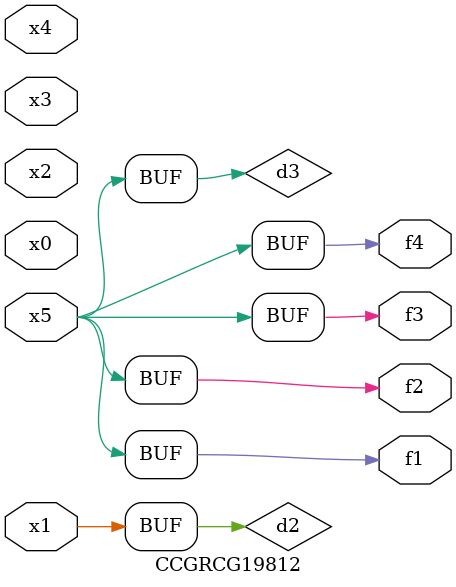
<source format=v>
module CCGRCG19812(
	input x0, x1, x2, x3, x4, x5,
	output f1, f2, f3, f4
);

	wire d1, d2, d3;

	not (d1, x5);
	or (d2, x1);
	xnor (d3, d1);
	assign f1 = d3;
	assign f2 = d3;
	assign f3 = d3;
	assign f4 = d3;
endmodule

</source>
